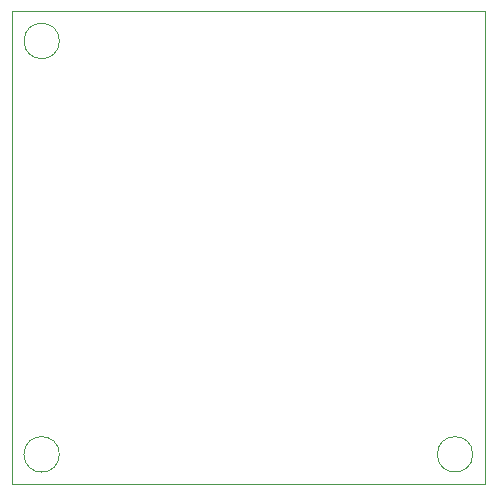
<source format=gm1>
G04 #@! TF.GenerationSoftware,KiCad,Pcbnew,9.0.0-9.0.0-2~ubuntu24.04.1*
G04 #@! TF.CreationDate,2025-04-02T19:49:27+02:00*
G04 #@! TF.ProjectId,Teensy_Interface,5465656e-7379-45f4-996e-746572666163,rev?*
G04 #@! TF.SameCoordinates,Original*
G04 #@! TF.FileFunction,Profile,NP*
%FSLAX46Y46*%
G04 Gerber Fmt 4.6, Leading zero omitted, Abs format (unit mm)*
G04 Created by KiCad (PCBNEW 9.0.0-9.0.0-2~ubuntu24.04.1) date 2025-04-02 19:49:27*
%MOMM*%
%LPD*%
G01*
G04 APERTURE LIST*
G04 #@! TA.AperFunction,Profile*
%ADD10C,0.050000*%
G04 #@! TD*
G04 APERTURE END LIST*
D10*
X73500000Y-85000000D02*
G75*
G02*
X70500000Y-85000000I-1500000J0D01*
G01*
X70500000Y-85000000D02*
G75*
G02*
X73500000Y-85000000I1500000J0D01*
G01*
X108500000Y-85000000D02*
G75*
G02*
X105500000Y-85000000I-1500000J0D01*
G01*
X105500000Y-85000000D02*
G75*
G02*
X108500000Y-85000000I1500000J0D01*
G01*
X69500000Y-47500000D02*
X109500000Y-47500000D01*
X109500000Y-87500000D01*
X69500000Y-87500000D01*
X69500000Y-47500000D01*
X73500000Y-50000000D02*
G75*
G02*
X70500000Y-50000000I-1500000J0D01*
G01*
X70500000Y-50000000D02*
G75*
G02*
X73500000Y-50000000I1500000J0D01*
G01*
M02*

</source>
